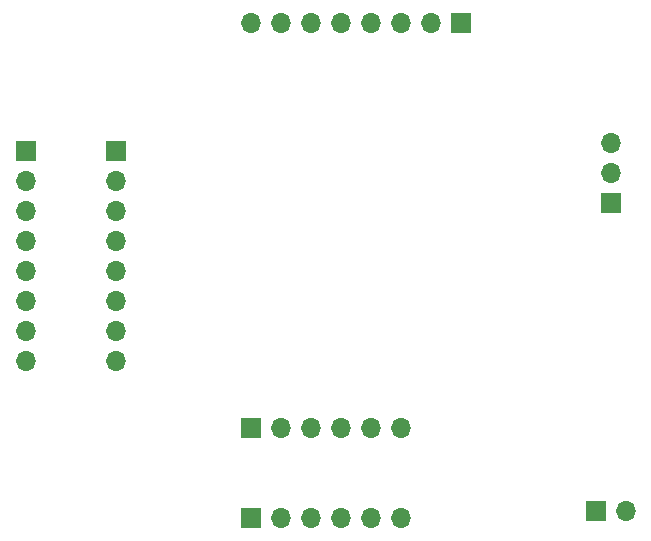
<source format=gbr>
G04 #@! TF.GenerationSoftware,KiCad,Pcbnew,(5.0.0-3-g5ebb6b6)*
G04 #@! TF.CreationDate,2021-02-23T05:46:04-05:00*
G04 #@! TF.ProjectId,PIC16F74Breakout,5049433136463734427265616B6F7574,rev?*
G04 #@! TF.SameCoordinates,Original*
G04 #@! TF.FileFunction,Soldermask,Bot*
G04 #@! TF.FilePolarity,Negative*
%FSLAX46Y46*%
G04 Gerber Fmt 4.6, Leading zero omitted, Abs format (unit mm)*
G04 Created by KiCad (PCBNEW (5.0.0-3-g5ebb6b6)) date Tuesday, February 23, 2021 at 05:46:04 AM*
%MOMM*%
%LPD*%
G01*
G04 APERTURE LIST*
%ADD10R,1.700000X1.700000*%
%ADD11O,1.700000X1.700000*%
G04 APERTURE END LIST*
D10*
G04 #@! TO.C,J1*
X135890000Y-116205000D03*
D11*
X138430000Y-116205000D03*
X140970000Y-116205000D03*
X143510000Y-116205000D03*
X146050000Y-116205000D03*
X148590000Y-116205000D03*
G04 #@! TD*
D10*
G04 #@! TO.C,J2*
X165100000Y-115570000D03*
D11*
X167640000Y-115570000D03*
G04 #@! TD*
D10*
G04 #@! TO.C,J3*
X116840000Y-85090000D03*
D11*
X116840000Y-87630000D03*
X116840000Y-90170000D03*
X116840000Y-92710000D03*
X116840000Y-95250000D03*
X116840000Y-97790000D03*
X116840000Y-100330000D03*
X116840000Y-102870000D03*
G04 #@! TD*
G04 #@! TO.C,J4*
X148590000Y-108585000D03*
X146050000Y-108585000D03*
X143510000Y-108585000D03*
X140970000Y-108585000D03*
X138430000Y-108585000D03*
D10*
X135890000Y-108585000D03*
G04 #@! TD*
G04 #@! TO.C,J5*
X124460000Y-85090000D03*
D11*
X124460000Y-87630000D03*
X124460000Y-90170000D03*
X124460000Y-92710000D03*
X124460000Y-95250000D03*
X124460000Y-97790000D03*
X124460000Y-100330000D03*
X124460000Y-102870000D03*
G04 #@! TD*
G04 #@! TO.C,J6*
X135890000Y-74295000D03*
X138430000Y-74295000D03*
X140970000Y-74295000D03*
X143510000Y-74295000D03*
X146050000Y-74295000D03*
X148590000Y-74295000D03*
X151130000Y-74295000D03*
D10*
X153670000Y-74295000D03*
G04 #@! TD*
G04 #@! TO.C,J7*
X166370000Y-89535000D03*
D11*
X166370000Y-86995000D03*
X166370000Y-84455000D03*
G04 #@! TD*
M02*

</source>
